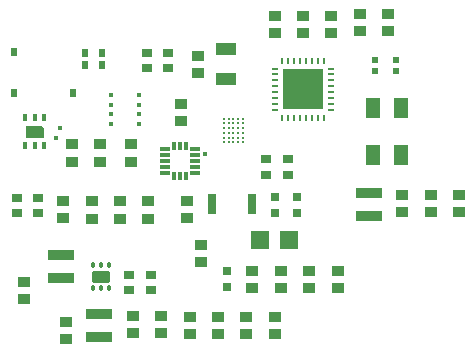
<source format=gbr>
%TF.GenerationSoftware,Altium Limited,Altium Designer,21.9.1 (22)*%
G04 Layer_Color=8421504*
%FSLAX45Y45*%
%MOMM*%
%TF.SameCoordinates,430BEF64-33ED-46D9-BD69-C1E45A4CD6A6*%
%TF.FilePolarity,Positive*%
%TF.FileFunction,Paste,Top*%
%TF.Part,Single*%
G01*
G75*
%TA.AperFunction,SMDPad,CuDef*%
%ADD10C,0.40000*%
%ADD11R,0.95000X0.80000*%
%ADD12O,0.60000X0.25000*%
%ADD13O,0.25000X0.60000*%
%ADD14R,3.45000X3.45000*%
%ADD15R,0.92500X0.30000*%
%ADD16R,0.30000X0.80000*%
%TA.AperFunction,BGAPad,CuDef*%
%ADD17C,0.23000*%
%TA.AperFunction,SMDPad,CuDef*%
%ADD18R,1.20000X1.80000*%
%ADD19R,1.80000X1.00000*%
%ADD20R,0.60000X0.70000*%
%ADD21R,0.80000X1.70000*%
%ADD22R,1.50000X1.50000*%
G04:AMPARAMS|DCode=23|XSize=1mm|YSize=1.6mm|CornerRadius=0.25mm|HoleSize=0mm|Usage=FLASHONLY|Rotation=90.000|XOffset=0mm|YOffset=0mm|HoleType=Round|Shape=RoundedRectangle|*
%AMROUNDEDRECTD23*
21,1,1.00000,1.10000,0,0,90.0*
21,1,0.50000,1.60000,0,0,90.0*
1,1,0.50000,0.55000,0.25000*
1,1,0.50000,0.55000,-0.25000*
1,1,0.50000,-0.55000,-0.25000*
1,1,0.50000,-0.55000,0.25000*
%
%ADD23ROUNDEDRECTD23*%
G04:AMPARAMS|DCode=24|XSize=0.45mm|YSize=0.3mm|CornerRadius=0.075mm|HoleSize=0mm|Usage=FLASHONLY|Rotation=90.000|XOffset=0mm|YOffset=0mm|HoleType=Round|Shape=RoundedRectangle|*
%AMROUNDEDRECTD24*
21,1,0.45000,0.15000,0,0,90.0*
21,1,0.30000,0.30000,0,0,90.0*
1,1,0.15000,0.07500,0.15000*
1,1,0.15000,0.07500,-0.15000*
1,1,0.15000,-0.07500,-0.15000*
1,1,0.15000,-0.07500,0.15000*
%
%ADD24ROUNDEDRECTD24*%
%TA.AperFunction,BGAPad,CuDef*%
%ADD25R,0.40000X0.40000*%
%TA.AperFunction,SMDPad,CuDef*%
%ADD26R,0.40000X0.55000*%
%ADD27R,0.50000X0.70000*%
%ADD28R,0.57247X0.61535*%
%ADD29R,2.30000X0.85000*%
%ADD30R,0.70000X0.65000*%
%TA.AperFunction,ConnectorPad*%
%ADD31R,2.30000X0.85000*%
%ADD32R,0.95000X0.80000*%
%TA.AperFunction,SMDPad,CuDef*%
%ADD33R,1.05000X0.95000*%
%TA.AperFunction,BGAPad,CuDef*%
%ADD34C,0.15000*%
%TA.AperFunction,ConnectorPad*%
%ADD37R,1.05000X0.95000*%
%TA.AperFunction,NonConductor*%
%ADD76R,0.40000X0.55000*%
G36*
X165000Y1807500D02*
Y1912500D01*
X295000D01*
X315000Y1892500D01*
Y1807500D01*
X165000D01*
D02*
G37*
D10*
X1680000Y1670000D02*
D03*
X420000Y1810000D02*
D03*
X450000Y1890000D02*
D03*
D11*
X1220000Y650000D02*
D03*
Y520000D02*
D03*
X1039574Y650000D02*
D03*
Y520000D02*
D03*
X268298Y1300000D02*
D03*
Y1170000D02*
D03*
X2380000Y1495000D02*
D03*
Y1625000D02*
D03*
X2199575Y1625000D02*
D03*
Y1495000D02*
D03*
X1370000Y2530074D02*
D03*
Y2400074D02*
D03*
X1189575Y2530074D02*
D03*
Y2400074D02*
D03*
D12*
X2750000Y2395000D02*
D03*
Y2345000D02*
D03*
Y2295000D02*
D03*
Y2245000D02*
D03*
Y2195000D02*
D03*
Y2145000D02*
D03*
Y2095000D02*
D03*
Y2045000D02*
D03*
X2270000D02*
D03*
Y2095000D02*
D03*
Y2145000D02*
D03*
Y2195000D02*
D03*
Y2245000D02*
D03*
Y2295000D02*
D03*
Y2345000D02*
D03*
Y2395000D02*
D03*
D13*
X2685000Y1980000D02*
D03*
X2635000D02*
D03*
X2585000D02*
D03*
X2535000D02*
D03*
X2485000D02*
D03*
X2435000D02*
D03*
X2385000D02*
D03*
X2335000D02*
D03*
Y2460000D02*
D03*
X2385000D02*
D03*
X2435000D02*
D03*
X2485000D02*
D03*
X2535000D02*
D03*
X2585000D02*
D03*
X2635000D02*
D03*
X2685000D02*
D03*
D14*
X2510000Y2220000D02*
D03*
D15*
X1341200Y1510000D02*
D03*
Y1710000D02*
D03*
Y1660000D02*
D03*
Y1560000D02*
D03*
Y1610000D02*
D03*
X1598750Y1510000D02*
D03*
Y1710000D02*
D03*
Y1660000D02*
D03*
Y1560000D02*
D03*
Y1610000D02*
D03*
D16*
X1420000Y1737500D02*
D03*
X1470000D02*
D03*
X1520000D02*
D03*
X1420000Y1482500D02*
D03*
X1470000D02*
D03*
X1520000D02*
D03*
D17*
X2000000Y1770000D02*
D03*
X1840000Y1970000D02*
D03*
X1880000D02*
D03*
X1920000D02*
D03*
X1960000D02*
D03*
X2000000D02*
D03*
X1840000Y1930000D02*
D03*
X1880000D02*
D03*
X1920000D02*
D03*
X1960000D02*
D03*
X2000000D02*
D03*
X1840000Y1890000D02*
D03*
Y1850000D02*
D03*
Y1810000D02*
D03*
Y1770000D02*
D03*
X1880000Y1890000D02*
D03*
Y1850000D02*
D03*
Y1810000D02*
D03*
Y1770000D02*
D03*
X1920000Y1890000D02*
D03*
Y1850000D02*
D03*
Y1810000D02*
D03*
Y1770000D02*
D03*
X1960000Y1890000D02*
D03*
Y1850000D02*
D03*
Y1810000D02*
D03*
Y1770000D02*
D03*
X2000000Y1890000D02*
D03*
Y1850000D02*
D03*
Y1810000D02*
D03*
D18*
X3100000Y2060000D02*
D03*
Y1660000D02*
D03*
X3340000D02*
D03*
Y2060000D02*
D03*
D19*
X1860000Y2310000D02*
D03*
Y2560000D02*
D03*
D20*
X806178Y2425491D02*
D03*
X666178D02*
D03*
X806178Y2525491D02*
D03*
X666178D02*
D03*
D21*
X1740000Y1244725D02*
D03*
X2080000D02*
D03*
D22*
X2145000Y940000D02*
D03*
X2395000D02*
D03*
D23*
X800000Y630000D02*
D03*
D24*
X865000Y727500D02*
D03*
X800000D02*
D03*
X735000D02*
D03*
X865000Y532500D02*
D03*
X800000D02*
D03*
X735000D02*
D03*
D25*
X1120000Y2168025D02*
D03*
Y1928025D02*
D03*
X880000Y2088025D02*
D03*
Y2168025D02*
D03*
Y2008025D02*
D03*
X1120000D02*
D03*
X880000Y1928025D02*
D03*
X1120000Y2088025D02*
D03*
D26*
X240000Y1860000D02*
D03*
X320000Y1745000D02*
D03*
X240000D02*
D03*
X160000D02*
D03*
X320000Y1975000D02*
D03*
X240000D02*
D03*
X160000D02*
D03*
D27*
X65433Y2186175D02*
D03*
X565433D02*
D03*
X65433Y2536175D02*
D03*
D28*
X3300000Y2377144D02*
D03*
Y2462856D02*
D03*
X3117327Y2462856D02*
D03*
Y2377144D02*
D03*
D29*
X3070000Y1337500D02*
D03*
Y1142500D02*
D03*
X460000Y815000D02*
D03*
Y620000D02*
D03*
D30*
X2269575Y1307500D02*
D03*
Y1172500D02*
D03*
X2460000Y1307500D02*
D03*
Y1172500D02*
D03*
X1865425Y677500D02*
D03*
Y542500D02*
D03*
D31*
X780000Y125000D02*
D03*
Y320000D02*
D03*
D32*
X87873Y1170000D02*
D03*
Y1300000D02*
D03*
D33*
X790425Y1752500D02*
D03*
Y1607500D02*
D03*
X550000Y1752500D02*
D03*
Y1607500D02*
D03*
X1050000D02*
D03*
Y1752500D02*
D03*
X2561702Y537500D02*
D03*
Y682500D02*
D03*
X1650000Y757500D02*
D03*
Y902500D02*
D03*
X2509998Y2840316D02*
D03*
Y2695316D02*
D03*
X2269573Y2697500D02*
D03*
Y2842500D02*
D03*
X2750424Y2840316D02*
D03*
Y2695316D02*
D03*
X1620000Y2357500D02*
D03*
Y2502500D02*
D03*
X3350000Y1322500D02*
D03*
Y1177500D02*
D03*
X3830851Y1322500D02*
D03*
Y1177500D02*
D03*
X3590425Y1322500D02*
D03*
Y1177500D02*
D03*
X1530000Y1127925D02*
D03*
Y1272925D02*
D03*
X959574Y1125000D02*
D03*
Y1270000D02*
D03*
X1200000D02*
D03*
Y1125000D02*
D03*
X719149D02*
D03*
Y1270000D02*
D03*
X478723Y1125425D02*
D03*
Y1270425D02*
D03*
X1548724Y150000D02*
D03*
Y295000D02*
D03*
X2990849Y2709049D02*
D03*
Y2854049D02*
D03*
X3231275Y2854049D02*
D03*
Y2709049D02*
D03*
X150000Y585000D02*
D03*
Y440000D02*
D03*
X2080851Y682500D02*
D03*
Y537500D02*
D03*
X2802127Y682500D02*
D03*
Y537500D02*
D03*
X2321276Y682500D02*
D03*
Y537500D02*
D03*
X1308298Y300000D02*
D03*
Y155000D02*
D03*
X1067873Y300000D02*
D03*
Y155000D02*
D03*
X2270000Y290000D02*
D03*
Y145000D02*
D03*
X1789149Y295000D02*
D03*
Y150000D02*
D03*
X2029575Y292500D02*
D03*
Y147500D02*
D03*
X1480000Y2092500D02*
D03*
Y1947500D02*
D03*
D34*
X140000Y990000D02*
D03*
X180000D02*
D03*
X140000Y950000D02*
D03*
X180000D02*
D03*
X140000Y910000D02*
D03*
X180000D02*
D03*
X140000Y870000D02*
D03*
X180000D02*
D03*
D37*
X500000Y105000D02*
D03*
Y250000D02*
D03*
D76*
X319926Y1735045D02*
D03*
X240045Y1735074D02*
D03*
X159926Y1735045D02*
D03*
X319926Y1985045D02*
D03*
X240045Y1985074D02*
D03*
X159926Y1985045D02*
D03*
%TF.MD5,66d0ff3101fe51af98b9e5f3252da3f9*%
M02*

</source>
